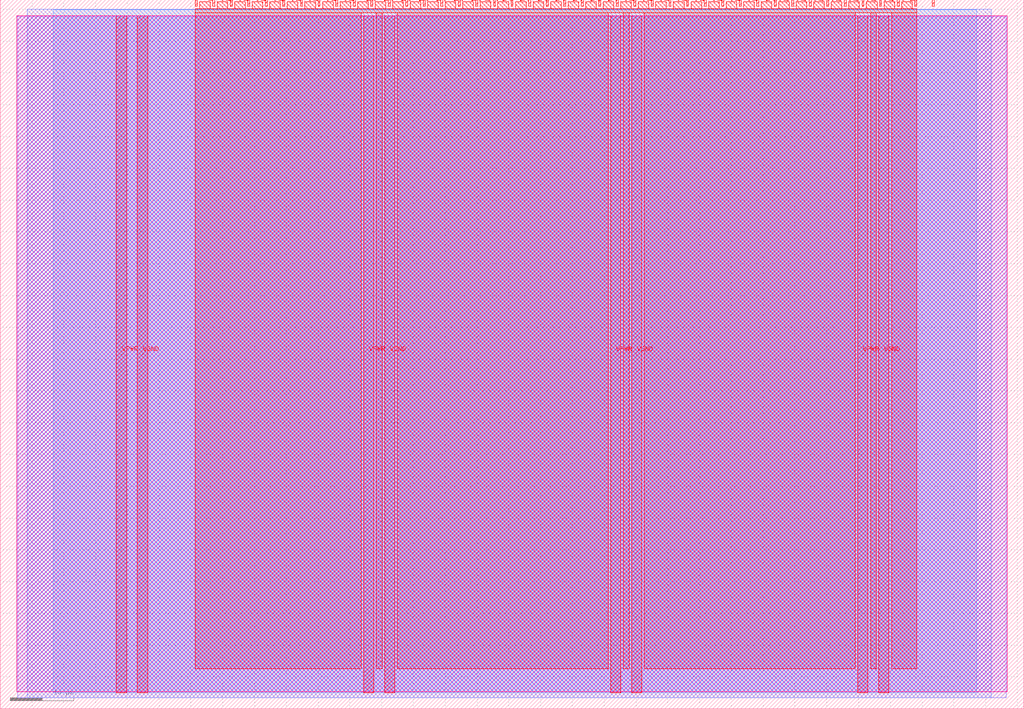
<source format=lef>
VERSION 5.7 ;
  NOWIREEXTENSIONATPIN ON ;
  DIVIDERCHAR "/" ;
  BUSBITCHARS "[]" ;
MACRO tt_um_krisjdev_manchester_baby
  CLASS BLOCK ;
  FOREIGN tt_um_krisjdev_manchester_baby ;
  ORIGIN 0.000 0.000 ;
  SIZE 161.000 BY 111.520 ;
  PIN VGND
    DIRECTION INOUT ;
    USE GROUND ;
    PORT
      LAYER met4 ;
        RECT 21.580 2.480 23.180 109.040 ;
    END
    PORT
      LAYER met4 ;
        RECT 60.450 2.480 62.050 109.040 ;
    END
    PORT
      LAYER met4 ;
        RECT 99.320 2.480 100.920 109.040 ;
    END
    PORT
      LAYER met4 ;
        RECT 138.190 2.480 139.790 109.040 ;
    END
  END VGND
  PIN VPWR
    DIRECTION INOUT ;
    USE POWER ;
    PORT
      LAYER met4 ;
        RECT 18.280 2.480 19.880 109.040 ;
    END
    PORT
      LAYER met4 ;
        RECT 57.150 2.480 58.750 109.040 ;
    END
    PORT
      LAYER met4 ;
        RECT 96.020 2.480 97.620 109.040 ;
    END
    PORT
      LAYER met4 ;
        RECT 134.890 2.480 136.490 109.040 ;
    END
  END VPWR
  PIN clk
    DIRECTION INPUT ;
    USE SIGNAL ;
    ANTENNAGATEAREA 0.852000 ;
    PORT
      LAYER met4 ;
        RECT 143.830 110.520 144.130 111.520 ;
    END
  END clk
  PIN ena
    DIRECTION INPUT ;
    USE SIGNAL ;
    PORT
      LAYER met4 ;
        RECT 146.590 110.520 146.890 111.520 ;
    END
  END ena
  PIN rst_n
    DIRECTION INPUT ;
    USE SIGNAL ;
    ANTENNAGATEAREA 0.213000 ;
    PORT
      LAYER met4 ;
        RECT 141.070 110.520 141.370 111.520 ;
    END
  END rst_n
  PIN ui_in[0]
    DIRECTION INPUT ;
    USE SIGNAL ;
    ANTENNAGATEAREA 0.196500 ;
    PORT
      LAYER met4 ;
        RECT 138.310 110.520 138.610 111.520 ;
    END
  END ui_in[0]
  PIN ui_in[1]
    DIRECTION INPUT ;
    USE SIGNAL ;
    ANTENNAGATEAREA 0.196500 ;
    PORT
      LAYER met4 ;
        RECT 135.550 110.520 135.850 111.520 ;
    END
  END ui_in[1]
  PIN ui_in[2]
    DIRECTION INPUT ;
    USE SIGNAL ;
    ANTENNAGATEAREA 0.196500 ;
    PORT
      LAYER met4 ;
        RECT 132.790 110.520 133.090 111.520 ;
    END
  END ui_in[2]
  PIN ui_in[3]
    DIRECTION INPUT ;
    USE SIGNAL ;
    ANTENNAGATEAREA 0.196500 ;
    PORT
      LAYER met4 ;
        RECT 130.030 110.520 130.330 111.520 ;
    END
  END ui_in[3]
  PIN ui_in[4]
    DIRECTION INPUT ;
    USE SIGNAL ;
    ANTENNAGATEAREA 0.196500 ;
    PORT
      LAYER met4 ;
        RECT 127.270 110.520 127.570 111.520 ;
    END
  END ui_in[4]
  PIN ui_in[5]
    DIRECTION INPUT ;
    USE SIGNAL ;
    ANTENNAGATEAREA 0.196500 ;
    PORT
      LAYER met4 ;
        RECT 124.510 110.520 124.810 111.520 ;
    END
  END ui_in[5]
  PIN ui_in[6]
    DIRECTION INPUT ;
    USE SIGNAL ;
    ANTENNAGATEAREA 0.196500 ;
    PORT
      LAYER met4 ;
        RECT 121.750 110.520 122.050 111.520 ;
    END
  END ui_in[6]
  PIN ui_in[7]
    DIRECTION INPUT ;
    USE SIGNAL ;
    ANTENNAGATEAREA 0.196500 ;
    PORT
      LAYER met4 ;
        RECT 118.990 110.520 119.290 111.520 ;
    END
  END ui_in[7]
  PIN uio_in[0]
    DIRECTION INPUT ;
    USE SIGNAL ;
    ANTENNAGATEAREA 0.196500 ;
    PORT
      LAYER met4 ;
        RECT 116.230 110.520 116.530 111.520 ;
    END
  END uio_in[0]
  PIN uio_in[1]
    DIRECTION INPUT ;
    USE SIGNAL ;
    ANTENNAGATEAREA 0.196500 ;
    PORT
      LAYER met4 ;
        RECT 113.470 110.520 113.770 111.520 ;
    END
  END uio_in[1]
  PIN uio_in[2]
    DIRECTION INPUT ;
    USE SIGNAL ;
    ANTENNAGATEAREA 0.196500 ;
    PORT
      LAYER met4 ;
        RECT 110.710 110.520 111.010 111.520 ;
    END
  END uio_in[2]
  PIN uio_in[3]
    DIRECTION INPUT ;
    USE SIGNAL ;
    ANTENNAGATEAREA 0.196500 ;
    PORT
      LAYER met4 ;
        RECT 107.950 110.520 108.250 111.520 ;
    END
  END uio_in[3]
  PIN uio_in[4]
    DIRECTION INPUT ;
    USE SIGNAL ;
    ANTENNAGATEAREA 0.213000 ;
    PORT
      LAYER met4 ;
        RECT 105.190 110.520 105.490 111.520 ;
    END
  END uio_in[4]
  PIN uio_in[5]
    DIRECTION INPUT ;
    USE SIGNAL ;
    PORT
      LAYER met4 ;
        RECT 102.430 110.520 102.730 111.520 ;
    END
  END uio_in[5]
  PIN uio_in[6]
    DIRECTION INPUT ;
    USE SIGNAL ;
    PORT
      LAYER met4 ;
        RECT 99.670 110.520 99.970 111.520 ;
    END
  END uio_in[6]
  PIN uio_in[7]
    DIRECTION INPUT ;
    USE SIGNAL ;
    PORT
      LAYER met4 ;
        RECT 96.910 110.520 97.210 111.520 ;
    END
  END uio_in[7]
  PIN uio_oe[0]
    DIRECTION OUTPUT ;
    USE SIGNAL ;
    PORT
      LAYER met4 ;
        RECT 49.990 110.520 50.290 111.520 ;
    END
  END uio_oe[0]
  PIN uio_oe[1]
    DIRECTION OUTPUT ;
    USE SIGNAL ;
    PORT
      LAYER met4 ;
        RECT 47.230 110.520 47.530 111.520 ;
    END
  END uio_oe[1]
  PIN uio_oe[2]
    DIRECTION OUTPUT ;
    USE SIGNAL ;
    PORT
      LAYER met4 ;
        RECT 44.470 110.520 44.770 111.520 ;
    END
  END uio_oe[2]
  PIN uio_oe[3]
    DIRECTION OUTPUT ;
    USE SIGNAL ;
    PORT
      LAYER met4 ;
        RECT 41.710 110.520 42.010 111.520 ;
    END
  END uio_oe[3]
  PIN uio_oe[4]
    DIRECTION OUTPUT ;
    USE SIGNAL ;
    PORT
      LAYER met4 ;
        RECT 38.950 110.520 39.250 111.520 ;
    END
  END uio_oe[4]
  PIN uio_oe[5]
    DIRECTION OUTPUT ;
    USE SIGNAL ;
    PORT
      LAYER met4 ;
        RECT 36.190 110.520 36.490 111.520 ;
    END
  END uio_oe[5]
  PIN uio_oe[6]
    DIRECTION OUTPUT ;
    USE SIGNAL ;
    PORT
      LAYER met4 ;
        RECT 33.430 110.520 33.730 111.520 ;
    END
  END uio_oe[6]
  PIN uio_oe[7]
    DIRECTION OUTPUT ;
    USE SIGNAL ;
    PORT
      LAYER met4 ;
        RECT 30.670 110.520 30.970 111.520 ;
    END
  END uio_oe[7]
  PIN uio_out[0]
    DIRECTION OUTPUT ;
    USE SIGNAL ;
    PORT
      LAYER met4 ;
        RECT 72.070 110.520 72.370 111.520 ;
    END
  END uio_out[0]
  PIN uio_out[1]
    DIRECTION OUTPUT ;
    USE SIGNAL ;
    PORT
      LAYER met4 ;
        RECT 69.310 110.520 69.610 111.520 ;
    END
  END uio_out[1]
  PIN uio_out[2]
    DIRECTION OUTPUT ;
    USE SIGNAL ;
    PORT
      LAYER met4 ;
        RECT 66.550 110.520 66.850 111.520 ;
    END
  END uio_out[2]
  PIN uio_out[3]
    DIRECTION OUTPUT ;
    USE SIGNAL ;
    PORT
      LAYER met4 ;
        RECT 63.790 110.520 64.090 111.520 ;
    END
  END uio_out[3]
  PIN uio_out[4]
    DIRECTION OUTPUT ;
    USE SIGNAL ;
    PORT
      LAYER met4 ;
        RECT 61.030 110.520 61.330 111.520 ;
    END
  END uio_out[4]
  PIN uio_out[5]
    DIRECTION OUTPUT ;
    USE SIGNAL ;
    PORT
      LAYER met4 ;
        RECT 58.270 110.520 58.570 111.520 ;
    END
  END uio_out[5]
  PIN uio_out[6]
    DIRECTION OUTPUT ;
    USE SIGNAL ;
    ANTENNADIFFAREA 0.795200 ;
    PORT
      LAYER met4 ;
        RECT 55.510 110.520 55.810 111.520 ;
    END
  END uio_out[6]
  PIN uio_out[7]
    DIRECTION OUTPUT ;
    USE SIGNAL ;
    ANTENNADIFFAREA 0.795200 ;
    PORT
      LAYER met4 ;
        RECT 52.750 110.520 53.050 111.520 ;
    END
  END uio_out[7]
  PIN uo_out[0]
    DIRECTION OUTPUT ;
    USE SIGNAL ;
    ANTENNADIFFAREA 0.891000 ;
    PORT
      LAYER met4 ;
        RECT 94.150 110.520 94.450 111.520 ;
    END
  END uo_out[0]
  PIN uo_out[1]
    DIRECTION OUTPUT ;
    USE SIGNAL ;
    ANTENNADIFFAREA 0.891000 ;
    PORT
      LAYER met4 ;
        RECT 91.390 110.520 91.690 111.520 ;
    END
  END uo_out[1]
  PIN uo_out[2]
    DIRECTION OUTPUT ;
    USE SIGNAL ;
    ANTENNADIFFAREA 0.891000 ;
    PORT
      LAYER met4 ;
        RECT 88.630 110.520 88.930 111.520 ;
    END
  END uo_out[2]
  PIN uo_out[3]
    DIRECTION OUTPUT ;
    USE SIGNAL ;
    ANTENNADIFFAREA 0.891000 ;
    PORT
      LAYER met4 ;
        RECT 85.870 110.520 86.170 111.520 ;
    END
  END uo_out[3]
  PIN uo_out[4]
    DIRECTION OUTPUT ;
    USE SIGNAL ;
    ANTENNADIFFAREA 0.891000 ;
    PORT
      LAYER met4 ;
        RECT 83.110 110.520 83.410 111.520 ;
    END
  END uo_out[4]
  PIN uo_out[5]
    DIRECTION OUTPUT ;
    USE SIGNAL ;
    ANTENNADIFFAREA 0.891000 ;
    PORT
      LAYER met4 ;
        RECT 80.350 110.520 80.650 111.520 ;
    END
  END uo_out[5]
  PIN uo_out[6]
    DIRECTION OUTPUT ;
    USE SIGNAL ;
    ANTENNADIFFAREA 0.891000 ;
    PORT
      LAYER met4 ;
        RECT 77.590 110.520 77.890 111.520 ;
    END
  END uo_out[6]
  PIN uo_out[7]
    DIRECTION OUTPUT ;
    USE SIGNAL ;
    ANTENNADIFFAREA 0.891000 ;
    PORT
      LAYER met4 ;
        RECT 74.830 110.520 75.130 111.520 ;
    END
  END uo_out[7]
  OBS
      LAYER nwell ;
        RECT 2.570 2.635 158.430 108.990 ;
      LAYER li1 ;
        RECT 2.760 2.635 158.240 108.885 ;
      LAYER met1 ;
        RECT 2.760 1.740 158.240 109.040 ;
      LAYER met2 ;
        RECT 4.240 1.710 155.840 110.005 ;
      LAYER met3 ;
        RECT 8.345 2.555 153.575 109.985 ;
      LAYER met4 ;
        RECT 31.370 110.120 33.030 111.170 ;
        RECT 34.130 110.120 35.790 111.170 ;
        RECT 36.890 110.120 38.550 111.170 ;
        RECT 39.650 110.120 41.310 111.170 ;
        RECT 42.410 110.120 44.070 111.170 ;
        RECT 45.170 110.120 46.830 111.170 ;
        RECT 47.930 110.120 49.590 111.170 ;
        RECT 50.690 110.120 52.350 111.170 ;
        RECT 53.450 110.120 55.110 111.170 ;
        RECT 56.210 110.120 57.870 111.170 ;
        RECT 58.970 110.120 60.630 111.170 ;
        RECT 61.730 110.120 63.390 111.170 ;
        RECT 64.490 110.120 66.150 111.170 ;
        RECT 67.250 110.120 68.910 111.170 ;
        RECT 70.010 110.120 71.670 111.170 ;
        RECT 72.770 110.120 74.430 111.170 ;
        RECT 75.530 110.120 77.190 111.170 ;
        RECT 78.290 110.120 79.950 111.170 ;
        RECT 81.050 110.120 82.710 111.170 ;
        RECT 83.810 110.120 85.470 111.170 ;
        RECT 86.570 110.120 88.230 111.170 ;
        RECT 89.330 110.120 90.990 111.170 ;
        RECT 92.090 110.120 93.750 111.170 ;
        RECT 94.850 110.120 96.510 111.170 ;
        RECT 97.610 110.120 99.270 111.170 ;
        RECT 100.370 110.120 102.030 111.170 ;
        RECT 103.130 110.120 104.790 111.170 ;
        RECT 105.890 110.120 107.550 111.170 ;
        RECT 108.650 110.120 110.310 111.170 ;
        RECT 111.410 110.120 113.070 111.170 ;
        RECT 114.170 110.120 115.830 111.170 ;
        RECT 116.930 110.120 118.590 111.170 ;
        RECT 119.690 110.120 121.350 111.170 ;
        RECT 122.450 110.120 124.110 111.170 ;
        RECT 125.210 110.120 126.870 111.170 ;
        RECT 127.970 110.120 129.630 111.170 ;
        RECT 130.730 110.120 132.390 111.170 ;
        RECT 133.490 110.120 135.150 111.170 ;
        RECT 136.250 110.120 137.910 111.170 ;
        RECT 139.010 110.120 140.670 111.170 ;
        RECT 141.770 110.120 143.430 111.170 ;
        RECT 30.655 109.440 144.145 110.120 ;
        RECT 30.655 6.295 56.750 109.440 ;
        RECT 59.150 6.295 60.050 109.440 ;
        RECT 62.450 6.295 95.620 109.440 ;
        RECT 98.020 6.295 98.920 109.440 ;
        RECT 101.320 6.295 134.490 109.440 ;
        RECT 136.890 6.295 137.790 109.440 ;
        RECT 140.190 6.295 144.145 109.440 ;
  END
END tt_um_krisjdev_manchester_baby
END LIBRARY


</source>
